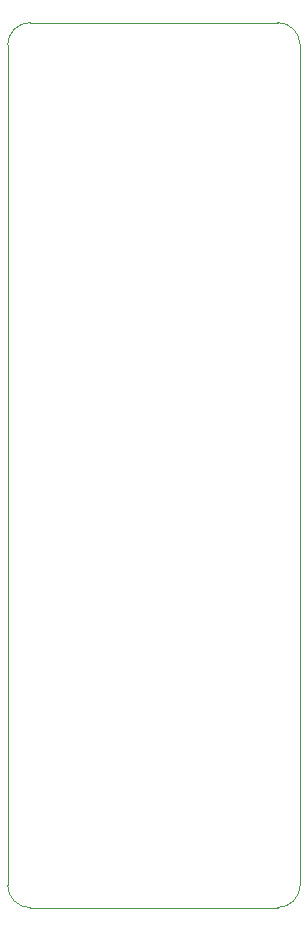
<source format=gbr>
G04 #@! TF.GenerationSoftware,KiCad,Pcbnew,(5.99.0-7355-g8781ce7efb)*
G04 #@! TF.CreationDate,2021-03-09T10:35:05+01:00*
G04 #@! TF.ProjectId,NI9217Filter,4e493932-3137-4466-996c-7465722e6b69,rev?*
G04 #@! TF.SameCoordinates,Original*
G04 #@! TF.FileFunction,Profile,NP*
%FSLAX46Y46*%
G04 Gerber Fmt 4.6, Leading zero omitted, Abs format (unit mm)*
G04 Created by KiCad (PCBNEW (5.99.0-7355-g8781ce7efb)) date 2021-03-09 10:35:05*
%MOMM*%
%LPD*%
G01*
G04 APERTURE LIST*
G04 #@! TA.AperFunction,Profile*
%ADD10C,0.050000*%
G04 #@! TD*
G04 APERTURE END LIST*
D10*
X135890000Y-64135000D02*
X156845000Y-64135000D01*
X133985000Y-137160000D02*
X133985000Y-66040000D01*
X156845000Y-139065000D02*
X135890000Y-139065000D01*
X158750000Y-66040000D02*
X158750000Y-137160000D01*
X158750000Y-137160000D02*
G75*
G02*
X156845000Y-139065000I-1905000J0D01*
G01*
X156845000Y-64135000D02*
G75*
G02*
X158750000Y-66040000I0J-1905000D01*
G01*
X135890000Y-139065000D02*
G75*
G02*
X133985000Y-137160000I0J1905000D01*
G01*
X133985000Y-66040000D02*
G75*
G02*
X135890000Y-64135000I1905000J0D01*
G01*
M02*

</source>
